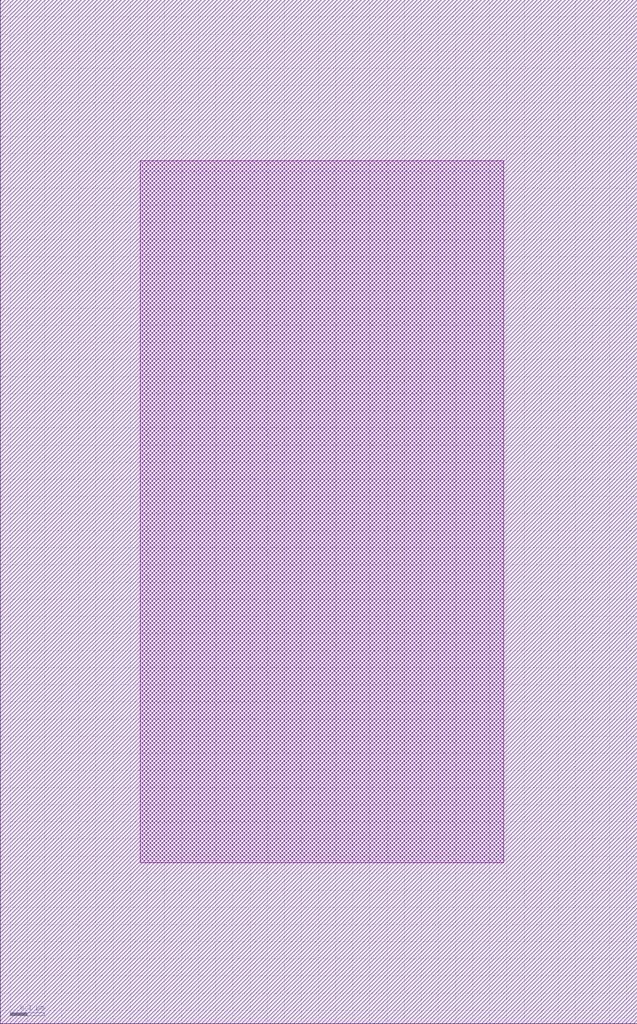
<source format=lef>
VERSION 5.7 ;
  NOWIREEXTENSIONATPIN ON ;
  DIVIDERCHAR "/" ;
  BUSBITCHARS "[]" ;
UNITS
  DATABASE MICRONS 200 ;
END UNITS

LAYER via2
  TYPE CUT ;
END via2

LAYER via
  TYPE CUT ;
END via

LAYER nwell
  TYPE MASTERSLICE ;
END nwell

LAYER via3
  TYPE CUT ;
END via3

LAYER pwell
  TYPE MASTERSLICE ;
END pwell

LAYER via4
  TYPE CUT ;
END via4

LAYER mcon
  TYPE CUT ;
END mcon

LAYER met6
  TYPE ROUTING ;
  WIDTH 0.030000 ;
  SPACING 0.040000 ;
  DIRECTION HORIZONTAL ;
END met6

LAYER met1
  TYPE ROUTING ;
  WIDTH 0.140000 ;
  SPACING 0.140000 ;
  DIRECTION HORIZONTAL ;
END met1

LAYER met3
  TYPE ROUTING ;
  WIDTH 0.300000 ;
  SPACING 0.300000 ;
  DIRECTION HORIZONTAL ;
END met3

LAYER met2
  TYPE ROUTING ;
  WIDTH 0.140000 ;
  SPACING 0.140000 ;
  DIRECTION HORIZONTAL ;
END met2

LAYER met4
  TYPE ROUTING ;
  WIDTH 0.300000 ;
  SPACING 0.300000 ;
  DIRECTION HORIZONTAL ;
END met4

LAYER met5
  TYPE ROUTING ;
  WIDTH 1.600000 ;
  SPACING 1.600000 ;
  DIRECTION HORIZONTAL ;
END met5

LAYER li1
  TYPE ROUTING ;
  WIDTH 0.170000 ;
  SPACING 0.170000 ;
  DIRECTION HORIZONTAL ;
END li1

MACRO sky130_hilas_pTransistorVert01
  CLASS BLOCK ;
  FOREIGN sky130_hilas_pTransistorVert01 ;
  ORIGIN 3.630 4.440 ;
  SIZE 1.860 BY 2.990 ;
  OBS
      LAYER nwell ;
        RECT -3.630 -4.440 -1.770 -1.450 ;
      LAYER li1 ;
        RECT -3.220 -3.970 -2.160 -1.920 ;
  END
END sky130_hilas_pTransistorVert01
END LIBRARY


</source>
